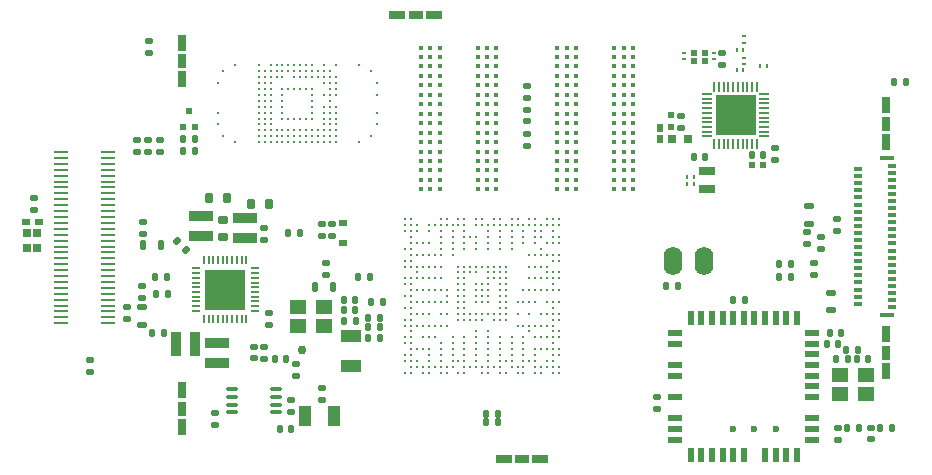
<source format=gtp>
G04*
G04 #@! TF.GenerationSoftware,Altium Limited,Altium Designer,22.2.1 (43)*
G04*
G04 Layer_Color=8421504*
%FSLAX25Y25*%
%MOIN*%
G70*
G04*
G04 #@! TF.SameCoordinates,6C9F7B6B-14DB-4A3D-A1FA-6D2C2168172C*
G04*
G04*
G04 #@! TF.FilePolarity,Positive*
G04*
G01*
G75*
%ADD25R,0.03150X0.05512*%
%ADD26R,0.03150X0.04921*%
%ADD27R,0.05512X0.03150*%
%ADD28R,0.04921X0.03150*%
G04:AMPARAMS|DCode=29|XSize=23.62mil|YSize=19.68mil|CornerRadius=3.94mil|HoleSize=0mil|Usage=FLASHONLY|Rotation=0.000|XOffset=0mil|YOffset=0mil|HoleType=Round|Shape=RoundedRectangle|*
%AMROUNDEDRECTD29*
21,1,0.02362,0.01181,0,0,0.0*
21,1,0.01575,0.01968,0,0,0.0*
1,1,0.00787,0.00787,-0.00591*
1,1,0.00787,-0.00787,-0.00591*
1,1,0.00787,-0.00787,0.00591*
1,1,0.00787,0.00787,0.00591*
%
%ADD29ROUNDEDRECTD29*%
%ADD30C,0.01063*%
%ADD31R,0.01063X0.01181*%
G04:AMPARAMS|DCode=32|XSize=23.62mil|YSize=19.68mil|CornerRadius=3.94mil|HoleSize=0mil|Usage=FLASHONLY|Rotation=90.000|XOffset=0mil|YOffset=0mil|HoleType=Round|Shape=RoundedRectangle|*
%AMROUNDEDRECTD32*
21,1,0.02362,0.01181,0,0,90.0*
21,1,0.01575,0.01968,0,0,90.0*
1,1,0.00787,0.00591,0.00787*
1,1,0.00787,0.00591,-0.00787*
1,1,0.00787,-0.00591,-0.00787*
1,1,0.00787,-0.00591,0.00787*
%
%ADD32ROUNDEDRECTD32*%
%ADD33R,0.01969X0.04724*%
%ADD34O,0.03347X0.00787*%
%ADD35R,0.04724X0.01969*%
%ADD36O,0.00787X0.03347*%
%ADD37C,0.00984*%
%ADD38R,0.01969X0.02362*%
%ADD39R,0.05118X0.00984*%
%ADD40O,0.06299X0.09449*%
%ADD41C,0.03000*%
%ADD42C,0.02362*%
%ADD43C,0.01575*%
%ADD44O,0.00787X0.03150*%
%ADD45R,0.13386X0.13386*%
%ADD46P,0.00108X8X22.5*%
%ADD47O,0.03150X0.00787*%
%ADD48R,0.07874X0.03346*%
%ADD49R,0.02559X0.02756*%
%ADD50R,0.05512X0.04724*%
%ADD51R,0.01968X0.02362*%
%ADD52R,0.13780X0.13780*%
%ADD53R,0.02953X0.03150*%
%ADD54R,0.01968X0.02559*%
%ADD55R,0.01181X0.01063*%
%ADD56R,0.02402X0.02008*%
%ADD57R,0.05512X0.02953*%
G04:AMPARAMS|DCode=58|XSize=11.81mil|YSize=39.37mil|CornerRadius=2.95mil|HoleSize=0mil|Usage=FLASHONLY|Rotation=90.000|XOffset=0mil|YOffset=0mil|HoleType=Round|Shape=RoundedRectangle|*
%AMROUNDEDRECTD58*
21,1,0.01181,0.03347,0,0,90.0*
21,1,0.00591,0.03937,0,0,90.0*
1,1,0.00591,0.01673,0.00295*
1,1,0.00591,0.01673,-0.00295*
1,1,0.00591,-0.01673,-0.00295*
1,1,0.00591,-0.01673,0.00295*
%
%ADD58ROUNDEDRECTD58*%
%ADD59R,0.03937X0.07087*%
%ADD60R,0.02756X0.01968*%
%ADD61R,0.04528X0.01181*%
%ADD62R,0.03150X0.01181*%
%ADD63R,0.02559X0.01181*%
G04:AMPARAMS|DCode=64|XSize=31.5mil|YSize=19.68mil|CornerRadius=2.76mil|HoleSize=0mil|Usage=FLASHONLY|Rotation=180.000|XOffset=0mil|YOffset=0mil|HoleType=Round|Shape=RoundedRectangle|*
%AMROUNDEDRECTD64*
21,1,0.03150,0.01417,0,0,180.0*
21,1,0.02598,0.01968,0,0,180.0*
1,1,0.00551,-0.01299,0.00709*
1,1,0.00551,0.01299,0.00709*
1,1,0.00551,0.01299,-0.00709*
1,1,0.00551,-0.01299,-0.00709*
%
%ADD64ROUNDEDRECTD64*%
G04:AMPARAMS|DCode=65|XSize=31.5mil|YSize=19.68mil|CornerRadius=2.76mil|HoleSize=0mil|Usage=FLASHONLY|Rotation=270.000|XOffset=0mil|YOffset=0mil|HoleType=Round|Shape=RoundedRectangle|*
%AMROUNDEDRECTD65*
21,1,0.03150,0.01417,0,0,270.0*
21,1,0.02598,0.01968,0,0,270.0*
1,1,0.00551,-0.00709,-0.01299*
1,1,0.00551,-0.00709,0.01299*
1,1,0.00551,0.00709,0.01299*
1,1,0.00551,0.00709,-0.01299*
%
%ADD65ROUNDEDRECTD65*%
G04:AMPARAMS|DCode=66|XSize=23.62mil|YSize=19.68mil|CornerRadius=3.94mil|HoleSize=0mil|Usage=FLASHONLY|Rotation=45.000|XOffset=0mil|YOffset=0mil|HoleType=Round|Shape=RoundedRectangle|*
%AMROUNDEDRECTD66*
21,1,0.02362,0.01181,0,0,45.0*
21,1,0.01575,0.01968,0,0,45.0*
1,1,0.00787,0.00974,0.00139*
1,1,0.00787,-0.00139,-0.00974*
1,1,0.00787,-0.00974,-0.00139*
1,1,0.00787,0.00139,0.00974*
%
%ADD66ROUNDEDRECTD66*%
G04:AMPARAMS|DCode=67|XSize=35.43mil|YSize=23.62mil|CornerRadius=4.72mil|HoleSize=0mil|Usage=FLASHONLY|Rotation=270.000|XOffset=0mil|YOffset=0mil|HoleType=Round|Shape=RoundedRectangle|*
%AMROUNDEDRECTD67*
21,1,0.03543,0.01417,0,0,270.0*
21,1,0.02598,0.02362,0,0,270.0*
1,1,0.00945,-0.00709,-0.01299*
1,1,0.00945,-0.00709,0.01299*
1,1,0.00945,0.00709,0.01299*
1,1,0.00945,0.00709,-0.01299*
%
%ADD67ROUNDEDRECTD67*%
%ADD68R,0.02362X0.01968*%
%ADD69R,0.03346X0.07874*%
G04:AMPARAMS|DCode=70|XSize=35.43mil|YSize=23.62mil|CornerRadius=4.72mil|HoleSize=0mil|Usage=FLASHONLY|Rotation=180.000|XOffset=0mil|YOffset=0mil|HoleType=Round|Shape=RoundedRectangle|*
%AMROUNDEDRECTD70*
21,1,0.03543,0.01417,0,0,180.0*
21,1,0.02598,0.02362,0,0,180.0*
1,1,0.00945,-0.01299,0.00709*
1,1,0.00945,0.01299,0.00709*
1,1,0.00945,0.01299,-0.00709*
1,1,0.00945,-0.01299,-0.00709*
%
%ADD70ROUNDEDRECTD70*%
%ADD71R,0.07087X0.03937*%
%ADD72R,0.03150X0.02362*%
D25*
X56721Y15766D02*
D03*
Y28010D02*
D03*
X291339Y34429D02*
D03*
Y46673D02*
D03*
Y110807D02*
D03*
Y123051D02*
D03*
X56721Y131673D02*
D03*
Y143917D02*
D03*
D26*
X56721Y21888D02*
D03*
X291339Y40551D02*
D03*
Y116929D02*
D03*
X56721Y137795D02*
D03*
D27*
X176161Y5118D02*
D03*
X163917D02*
D03*
X140740Y152961D02*
D03*
X128496D02*
D03*
D28*
X170039Y5118D02*
D03*
X134618Y152961D02*
D03*
D29*
X214961Y21752D02*
D03*
Y25689D02*
D03*
X45520Y107412D02*
D03*
Y111348D02*
D03*
X49420Y107412D02*
D03*
Y111348D02*
D03*
X41760Y107412D02*
D03*
Y111348D02*
D03*
X43425Y58780D02*
D03*
Y62717D02*
D03*
X103268Y28661D02*
D03*
Y24724D02*
D03*
X7260Y88072D02*
D03*
Y92009D02*
D03*
X171758Y109591D02*
D03*
X38345Y51842D02*
D03*
Y55779D02*
D03*
X67794Y20404D02*
D03*
Y16467D02*
D03*
X92992Y20827D02*
D03*
Y24764D02*
D03*
X104644Y70276D02*
D03*
Y66339D02*
D03*
X43622Y83976D02*
D03*
Y80039D02*
D03*
X267290Y66498D02*
D03*
Y70435D02*
D03*
X269567Y75157D02*
D03*
Y79094D02*
D03*
X274921Y81181D02*
D03*
Y85118D02*
D03*
X94685Y32824D02*
D03*
Y36761D02*
D03*
X264961Y80748D02*
D03*
Y76811D02*
D03*
X80748Y42559D02*
D03*
Y38622D02*
D03*
X84213Y38543D02*
D03*
Y42480D02*
D03*
X85719Y53688D02*
D03*
Y49751D02*
D03*
X84222Y81995D02*
D03*
Y78058D02*
D03*
X171758Y121572D02*
D03*
Y117635D02*
D03*
Y113528D02*
D03*
X223031Y119407D02*
D03*
Y115471D02*
D03*
X171803Y125329D02*
D03*
Y129266D02*
D03*
X254331Y104803D02*
D03*
Y108740D02*
D03*
X236811Y140274D02*
D03*
Y136337D02*
D03*
X25905Y34134D02*
D03*
Y38071D02*
D03*
X45891Y140429D02*
D03*
Y144366D02*
D03*
X103391Y83372D02*
D03*
Y79435D02*
D03*
X106591D02*
D03*
Y83372D02*
D03*
X286229Y15586D02*
D03*
Y11649D02*
D03*
X275226Y15496D02*
D03*
Y11559D02*
D03*
D30*
X146916Y83035D02*
D03*
Y81067D02*
D03*
Y79098D02*
D03*
Y77130D02*
D03*
Y75161D02*
D03*
Y73193D02*
D03*
Y45633D02*
D03*
Y43665D02*
D03*
Y41696D02*
D03*
Y39728D02*
D03*
Y37759D02*
D03*
Y35791D02*
D03*
X148886Y85004D02*
D03*
Y83035D02*
D03*
Y69256D02*
D03*
Y67287D02*
D03*
Y65319D02*
D03*
Y63350D02*
D03*
Y61382D02*
D03*
Y59413D02*
D03*
Y57444D02*
D03*
Y55476D02*
D03*
Y53507D02*
D03*
Y51539D02*
D03*
Y37759D02*
D03*
Y33822D02*
D03*
X150854Y85004D02*
D03*
Y83035D02*
D03*
Y81067D02*
D03*
Y79098D02*
D03*
Y77130D02*
D03*
Y75161D02*
D03*
Y69256D02*
D03*
Y67287D02*
D03*
Y65319D02*
D03*
Y63350D02*
D03*
Y61382D02*
D03*
Y59413D02*
D03*
Y57444D02*
D03*
Y55476D02*
D03*
Y53507D02*
D03*
Y51539D02*
D03*
Y45633D02*
D03*
Y43665D02*
D03*
Y41696D02*
D03*
Y39728D02*
D03*
Y37759D02*
D03*
Y35791D02*
D03*
Y33822D02*
D03*
X152822Y79098D02*
D03*
Y69256D02*
D03*
Y67287D02*
D03*
Y53507D02*
D03*
Y51539D02*
D03*
Y35791D02*
D03*
X154790Y85004D02*
D03*
Y83035D02*
D03*
Y79098D02*
D03*
Y77130D02*
D03*
Y75161D02*
D03*
Y69256D02*
D03*
Y67287D02*
D03*
Y63350D02*
D03*
Y61382D02*
D03*
Y59413D02*
D03*
Y57444D02*
D03*
Y53507D02*
D03*
Y51539D02*
D03*
Y47602D02*
D03*
Y45633D02*
D03*
Y43665D02*
D03*
Y41696D02*
D03*
Y39728D02*
D03*
Y37759D02*
D03*
Y35791D02*
D03*
X156760Y85004D02*
D03*
Y83035D02*
D03*
Y69256D02*
D03*
Y63350D02*
D03*
Y61382D02*
D03*
Y59413D02*
D03*
Y57444D02*
D03*
Y53507D02*
D03*
Y51539D02*
D03*
Y35791D02*
D03*
Y33822D02*
D03*
X158729Y83035D02*
D03*
Y81067D02*
D03*
Y79098D02*
D03*
Y77130D02*
D03*
Y75161D02*
D03*
Y69256D02*
D03*
Y67287D02*
D03*
Y65319D02*
D03*
Y63350D02*
D03*
Y61382D02*
D03*
Y59413D02*
D03*
Y57444D02*
D03*
Y53507D02*
D03*
Y47602D02*
D03*
Y45633D02*
D03*
Y43665D02*
D03*
Y41696D02*
D03*
Y39728D02*
D03*
Y37759D02*
D03*
Y35791D02*
D03*
Y33822D02*
D03*
X160696Y85004D02*
D03*
Y83035D02*
D03*
Y69256D02*
D03*
Y67287D02*
D03*
Y65319D02*
D03*
Y53507D02*
D03*
Y51539D02*
D03*
Y35791D02*
D03*
X162665Y85004D02*
D03*
Y83035D02*
D03*
Y81067D02*
D03*
Y79098D02*
D03*
Y77130D02*
D03*
Y75161D02*
D03*
Y69256D02*
D03*
Y67287D02*
D03*
Y65319D02*
D03*
Y63350D02*
D03*
Y61382D02*
D03*
Y59413D02*
D03*
Y57444D02*
D03*
Y55476D02*
D03*
Y53507D02*
D03*
Y51539D02*
D03*
Y45633D02*
D03*
Y43665D02*
D03*
Y41696D02*
D03*
Y39728D02*
D03*
Y37759D02*
D03*
Y35791D02*
D03*
Y33822D02*
D03*
X164634Y83035D02*
D03*
Y69256D02*
D03*
Y67287D02*
D03*
Y65319D02*
D03*
Y63350D02*
D03*
Y61382D02*
D03*
Y59413D02*
D03*
Y57444D02*
D03*
Y55476D02*
D03*
Y53507D02*
D03*
Y51539D02*
D03*
Y37759D02*
D03*
Y33822D02*
D03*
X166603Y85004D02*
D03*
Y83035D02*
D03*
Y81067D02*
D03*
Y79098D02*
D03*
Y77130D02*
D03*
Y75161D02*
D03*
Y45633D02*
D03*
Y43665D02*
D03*
Y41696D02*
D03*
Y39728D02*
D03*
Y37759D02*
D03*
Y35791D02*
D03*
X168570Y85004D02*
D03*
Y83035D02*
D03*
Y57444D02*
D03*
Y53507D02*
D03*
Y49570D02*
D03*
Y35791D02*
D03*
Y33822D02*
D03*
X170539Y83035D02*
D03*
Y81067D02*
D03*
Y79098D02*
D03*
Y77130D02*
D03*
Y61382D02*
D03*
Y57444D02*
D03*
Y49570D02*
D03*
Y45633D02*
D03*
Y43665D02*
D03*
Y41696D02*
D03*
Y39728D02*
D03*
Y37759D02*
D03*
Y35791D02*
D03*
Y33822D02*
D03*
X172508Y85004D02*
D03*
Y83035D02*
D03*
Y73193D02*
D03*
Y69256D02*
D03*
Y65319D02*
D03*
Y61382D02*
D03*
Y57444D02*
D03*
Y53507D02*
D03*
Y49570D02*
D03*
Y47602D02*
D03*
Y37759D02*
D03*
X174477Y85004D02*
D03*
Y83035D02*
D03*
Y81067D02*
D03*
Y79098D02*
D03*
Y77130D02*
D03*
Y73193D02*
D03*
Y69256D02*
D03*
Y65319D02*
D03*
Y61382D02*
D03*
Y57444D02*
D03*
Y49570D02*
D03*
Y45633D02*
D03*
Y41696D02*
D03*
Y39728D02*
D03*
Y37759D02*
D03*
Y35791D02*
D03*
Y33822D02*
D03*
X176444Y83035D02*
D03*
Y81067D02*
D03*
Y79098D02*
D03*
Y75161D02*
D03*
Y73193D02*
D03*
Y69256D02*
D03*
Y65319D02*
D03*
Y61382D02*
D03*
Y53507D02*
D03*
Y49570D02*
D03*
Y45633D02*
D03*
Y41696D02*
D03*
Y35791D02*
D03*
Y33822D02*
D03*
X178413Y85004D02*
D03*
Y83035D02*
D03*
Y77130D02*
D03*
Y73193D02*
D03*
Y69256D02*
D03*
Y67287D02*
D03*
Y65319D02*
D03*
Y61382D02*
D03*
Y57444D02*
D03*
Y53507D02*
D03*
Y49570D02*
D03*
Y45633D02*
D03*
Y41696D02*
D03*
Y37759D02*
D03*
Y35791D02*
D03*
X180382Y85004D02*
D03*
Y83035D02*
D03*
Y81067D02*
D03*
Y79098D02*
D03*
Y77130D02*
D03*
Y73193D02*
D03*
Y71224D02*
D03*
Y67287D02*
D03*
Y65319D02*
D03*
Y63350D02*
D03*
Y61382D02*
D03*
Y57444D02*
D03*
Y55476D02*
D03*
Y53507D02*
D03*
Y51539D02*
D03*
Y49570D02*
D03*
Y47602D02*
D03*
Y45633D02*
D03*
Y43665D02*
D03*
Y41696D02*
D03*
Y39728D02*
D03*
Y37759D02*
D03*
Y35791D02*
D03*
Y33822D02*
D03*
X182351Y85004D02*
D03*
Y83035D02*
D03*
Y79098D02*
D03*
Y77130D02*
D03*
Y73193D02*
D03*
Y71224D02*
D03*
Y67287D02*
D03*
Y65319D02*
D03*
Y61382D02*
D03*
Y57444D02*
D03*
Y53507D02*
D03*
Y51539D02*
D03*
Y47602D02*
D03*
Y45633D02*
D03*
Y41696D02*
D03*
Y39728D02*
D03*
Y35791D02*
D03*
Y33822D02*
D03*
X131168Y85004D02*
D03*
Y83035D02*
D03*
Y81067D02*
D03*
Y75161D02*
D03*
Y71224D02*
D03*
Y69256D02*
D03*
Y65319D02*
D03*
Y63350D02*
D03*
Y59413D02*
D03*
Y55476D02*
D03*
Y51539D02*
D03*
Y49570D02*
D03*
Y45633D02*
D03*
Y43665D02*
D03*
Y39728D02*
D03*
Y37759D02*
D03*
Y33822D02*
D03*
X133138Y85004D02*
D03*
Y83035D02*
D03*
Y81067D02*
D03*
Y79098D02*
D03*
Y77130D02*
D03*
Y75161D02*
D03*
Y73193D02*
D03*
Y71224D02*
D03*
Y69256D02*
D03*
Y65319D02*
D03*
Y63350D02*
D03*
Y61382D02*
D03*
Y59413D02*
D03*
Y57444D02*
D03*
Y55476D02*
D03*
Y53507D02*
D03*
Y51539D02*
D03*
Y49570D02*
D03*
Y47602D02*
D03*
Y45633D02*
D03*
Y43665D02*
D03*
Y41696D02*
D03*
Y39728D02*
D03*
Y37759D02*
D03*
Y35791D02*
D03*
Y33822D02*
D03*
X135106Y83035D02*
D03*
Y81067D02*
D03*
Y77130D02*
D03*
Y73193D02*
D03*
Y69256D02*
D03*
Y67287D02*
D03*
Y65319D02*
D03*
Y61382D02*
D03*
Y57444D02*
D03*
Y53507D02*
D03*
Y49570D02*
D03*
Y41696D02*
D03*
Y37759D02*
D03*
Y35791D02*
D03*
X137074Y77130D02*
D03*
Y73193D02*
D03*
Y69256D02*
D03*
Y65319D02*
D03*
Y61382D02*
D03*
Y57444D02*
D03*
Y53507D02*
D03*
Y49570D02*
D03*
Y45633D02*
D03*
Y41696D02*
D03*
Y35791D02*
D03*
Y33822D02*
D03*
X139042Y83035D02*
D03*
Y81067D02*
D03*
Y77130D02*
D03*
Y73193D02*
D03*
Y69256D02*
D03*
Y65319D02*
D03*
Y61382D02*
D03*
Y57444D02*
D03*
Y53507D02*
D03*
Y49570D02*
D03*
Y45633D02*
D03*
Y41696D02*
D03*
Y39728D02*
D03*
Y37759D02*
D03*
Y35791D02*
D03*
Y33822D02*
D03*
X141012Y83035D02*
D03*
Y73193D02*
D03*
Y69256D02*
D03*
Y65319D02*
D03*
Y61382D02*
D03*
Y57444D02*
D03*
Y49570D02*
D03*
Y45633D02*
D03*
Y35791D02*
D03*
X142980Y85004D02*
D03*
Y83035D02*
D03*
Y81067D02*
D03*
Y79098D02*
D03*
Y77130D02*
D03*
Y75161D02*
D03*
Y73193D02*
D03*
Y69256D02*
D03*
Y65319D02*
D03*
Y61382D02*
D03*
Y57444D02*
D03*
Y53507D02*
D03*
Y49570D02*
D03*
Y43665D02*
D03*
Y41696D02*
D03*
Y39728D02*
D03*
Y37759D02*
D03*
Y35791D02*
D03*
Y33822D02*
D03*
X144948Y85004D02*
D03*
Y83035D02*
D03*
Y61382D02*
D03*
Y59413D02*
D03*
Y57444D02*
D03*
Y53507D02*
D03*
Y49570D02*
D03*
Y35791D02*
D03*
Y33822D02*
D03*
D31*
X251662Y136020D02*
D03*
X249418D02*
D03*
X227413Y99225D02*
D03*
X225169D02*
D03*
X241595Y134768D02*
D03*
X243839D02*
D03*
X241595Y141455D02*
D03*
X243839D02*
D03*
X225169Y96863D02*
D03*
X227413D02*
D03*
D32*
X293295Y15326D02*
D03*
X60988Y107820D02*
D03*
X57051D02*
D03*
Y111720D02*
D03*
X60988D02*
D03*
X244488Y57953D02*
D03*
X93189Y15118D02*
D03*
X89252D02*
D03*
X297992Y130787D02*
D03*
X294055D02*
D03*
X240551Y57953D02*
D03*
X255630Y65709D02*
D03*
X259567D02*
D03*
X255648Y70157D02*
D03*
X259585D02*
D03*
X91496Y38541D02*
D03*
X87559D02*
D03*
X50787Y47047D02*
D03*
X46850D02*
D03*
X52135Y59945D02*
D03*
X48199D02*
D03*
X96059Y80297D02*
D03*
X92122D02*
D03*
X222087Y62874D02*
D03*
X218150D02*
D03*
X227244Y105827D02*
D03*
X231181D02*
D03*
X250512Y106299D02*
D03*
X246575D02*
D03*
X51575Y65706D02*
D03*
X47638D02*
D03*
X110565Y54797D02*
D03*
X114502D02*
D03*
X114568Y50997D02*
D03*
X110631D02*
D03*
X118835Y49197D02*
D03*
X122772D02*
D03*
Y52097D02*
D03*
X118835D02*
D03*
X118865Y45297D02*
D03*
X122802D02*
D03*
X114502Y58096D02*
D03*
X110565D02*
D03*
X119459Y65697D02*
D03*
X115522D02*
D03*
X123742Y57497D02*
D03*
X119805D02*
D03*
X158193Y17455D02*
D03*
X162130D02*
D03*
X162150Y20241D02*
D03*
X158213D02*
D03*
X282238Y15487D02*
D03*
X278301D02*
D03*
X274628Y38447D02*
D03*
X278565D02*
D03*
X271618Y43487D02*
D03*
X275555D02*
D03*
X276537Y47165D02*
D03*
X272600D02*
D03*
X289358Y15326D02*
D03*
X285535Y38377D02*
D03*
X281598D02*
D03*
X278150Y41575D02*
D03*
X282087D02*
D03*
D33*
X258167Y6479D02*
D03*
X254624D02*
D03*
X226277Y52149D02*
D03*
X233364D02*
D03*
Y6479D02*
D03*
X226277D02*
D03*
X229821Y52149D02*
D03*
Y6479D02*
D03*
X236907D02*
D03*
X240451D02*
D03*
X243994D02*
D03*
X251081D02*
D03*
X258167Y52149D02*
D03*
X261711D02*
D03*
Y6479D02*
D03*
X251081Y52149D02*
D03*
X254624D02*
D03*
X236907D02*
D03*
X240451D02*
D03*
X247537D02*
D03*
X243994D02*
D03*
D34*
X250700Y122060D02*
D03*
Y112611D02*
D03*
Y114186D02*
D03*
Y115760D02*
D03*
Y117335D02*
D03*
Y118910D02*
D03*
Y120485D02*
D03*
Y123634D02*
D03*
Y125209D02*
D03*
Y126784D02*
D03*
X231802D02*
D03*
Y125209D02*
D03*
Y123634D02*
D03*
Y122060D02*
D03*
Y120485D02*
D03*
Y118910D02*
D03*
Y117335D02*
D03*
Y115760D02*
D03*
Y114186D02*
D03*
Y112611D02*
D03*
D35*
X266829Y39944D02*
D03*
Y18684D02*
D03*
X221159D02*
D03*
X266829Y11597D02*
D03*
X221159D02*
D03*
Y47031D02*
D03*
Y43487D02*
D03*
Y36401D02*
D03*
Y32857D02*
D03*
Y25771D02*
D03*
Y15141D02*
D03*
X266829Y47031D02*
D03*
Y43487D02*
D03*
Y36401D02*
D03*
Y32857D02*
D03*
Y29314D02*
D03*
Y25771D02*
D03*
Y15141D02*
D03*
D36*
X240464Y110248D02*
D03*
X234165D02*
D03*
X235739D02*
D03*
X237314D02*
D03*
X238889D02*
D03*
X242039D02*
D03*
X243614D02*
D03*
X245188D02*
D03*
X246763D02*
D03*
X248338D02*
D03*
Y129146D02*
D03*
X246763D02*
D03*
X245188D02*
D03*
X243614D02*
D03*
X242039D02*
D03*
X240464D02*
D03*
X238889D02*
D03*
X237314D02*
D03*
X235739D02*
D03*
X234165D02*
D03*
D37*
X121709Y116622D02*
D03*
Y120559D02*
D03*
Y126465D02*
D03*
Y130402D02*
D03*
X68559Y116622D02*
D03*
Y120559D02*
D03*
Y130402D02*
D03*
X70528Y112685D02*
D03*
Y134339D02*
D03*
X74465Y136307D02*
D03*
Y110717D02*
D03*
X82339Y136307D02*
D03*
Y110717D02*
D03*
Y112685D02*
D03*
Y114654D02*
D03*
Y116622D02*
D03*
Y118591D02*
D03*
Y120559D02*
D03*
Y122528D02*
D03*
Y124496D02*
D03*
Y126465D02*
D03*
Y128433D02*
D03*
Y130402D02*
D03*
Y132370D02*
D03*
Y134339D02*
D03*
X84307Y110717D02*
D03*
Y112685D02*
D03*
Y114654D02*
D03*
Y116622D02*
D03*
Y118591D02*
D03*
Y120559D02*
D03*
Y122528D02*
D03*
Y124496D02*
D03*
Y126465D02*
D03*
Y128433D02*
D03*
Y130402D02*
D03*
Y132370D02*
D03*
Y134339D02*
D03*
X86276Y136307D02*
D03*
Y110717D02*
D03*
Y112685D02*
D03*
Y114654D02*
D03*
Y116622D02*
D03*
Y118591D02*
D03*
Y120559D02*
D03*
Y122528D02*
D03*
Y124496D02*
D03*
Y126465D02*
D03*
Y128433D02*
D03*
Y130402D02*
D03*
Y132370D02*
D03*
Y134339D02*
D03*
X88244Y136307D02*
D03*
Y110717D02*
D03*
Y112685D02*
D03*
Y114654D02*
D03*
Y132370D02*
D03*
Y134339D02*
D03*
X90213Y136307D02*
D03*
Y110717D02*
D03*
Y112685D02*
D03*
Y114654D02*
D03*
Y118591D02*
D03*
Y120559D02*
D03*
Y122528D02*
D03*
Y124496D02*
D03*
Y126465D02*
D03*
Y128433D02*
D03*
Y132370D02*
D03*
Y134339D02*
D03*
X92181Y136307D02*
D03*
Y110717D02*
D03*
Y112685D02*
D03*
Y114654D02*
D03*
Y118591D02*
D03*
Y128433D02*
D03*
Y134339D02*
D03*
X94150Y136307D02*
D03*
Y110717D02*
D03*
Y112685D02*
D03*
Y114654D02*
D03*
Y118591D02*
D03*
Y128433D02*
D03*
Y132370D02*
D03*
Y134339D02*
D03*
X96118Y136307D02*
D03*
Y110717D02*
D03*
Y112685D02*
D03*
Y114654D02*
D03*
Y118591D02*
D03*
Y128433D02*
D03*
Y132370D02*
D03*
Y134339D02*
D03*
X98087Y136307D02*
D03*
Y110717D02*
D03*
Y112685D02*
D03*
Y114654D02*
D03*
Y118591D02*
D03*
Y128433D02*
D03*
Y132370D02*
D03*
Y134339D02*
D03*
X100055Y136307D02*
D03*
Y110717D02*
D03*
Y112685D02*
D03*
Y114654D02*
D03*
Y118591D02*
D03*
Y120559D02*
D03*
Y122528D02*
D03*
Y124496D02*
D03*
Y126465D02*
D03*
Y128433D02*
D03*
Y132370D02*
D03*
Y134339D02*
D03*
X102024Y110717D02*
D03*
Y112685D02*
D03*
Y114654D02*
D03*
Y132370D02*
D03*
Y134339D02*
D03*
X103992Y136307D02*
D03*
Y110717D02*
D03*
Y112685D02*
D03*
Y114654D02*
D03*
Y116622D02*
D03*
Y118591D02*
D03*
Y120559D02*
D03*
Y122528D02*
D03*
Y126465D02*
D03*
Y130402D02*
D03*
Y132370D02*
D03*
Y134339D02*
D03*
X105961Y110717D02*
D03*
Y112685D02*
D03*
Y114654D02*
D03*
Y116622D02*
D03*
Y118591D02*
D03*
Y120559D02*
D03*
Y122528D02*
D03*
Y124496D02*
D03*
Y126465D02*
D03*
Y128433D02*
D03*
Y130402D02*
D03*
Y132370D02*
D03*
Y134339D02*
D03*
X107929Y136307D02*
D03*
Y110717D02*
D03*
Y112685D02*
D03*
Y114654D02*
D03*
Y116622D02*
D03*
Y118591D02*
D03*
Y120559D02*
D03*
Y122528D02*
D03*
Y126465D02*
D03*
Y128433D02*
D03*
Y130402D02*
D03*
Y132370D02*
D03*
X115803Y136307D02*
D03*
Y110717D02*
D03*
X119740Y112685D02*
D03*
Y134339D02*
D03*
D38*
X60980Y115825D02*
D03*
X57042D02*
D03*
X59011Y120943D02*
D03*
D39*
X32087Y105456D02*
D03*
X16339Y105456D02*
D03*
X32087Y107424D02*
D03*
X16339Y107424D02*
D03*
Y77896D02*
D03*
Y73959D02*
D03*
Y70022D02*
D03*
Y66085D02*
D03*
X32087Y50337D02*
D03*
X16339Y81833D02*
D03*
Y85770D02*
D03*
Y83802D02*
D03*
Y79865D02*
D03*
Y75928D02*
D03*
Y71991D02*
D03*
Y68054D02*
D03*
X32087Y85770D02*
D03*
Y81833D02*
D03*
Y77896D02*
D03*
Y73959D02*
D03*
Y83802D02*
D03*
Y79865D02*
D03*
Y75928D02*
D03*
Y71991D02*
D03*
Y70022D02*
D03*
Y68054D02*
D03*
Y66085D02*
D03*
Y60180D02*
D03*
Y56243D02*
D03*
X16339Y50337D02*
D03*
Y56243D02*
D03*
Y58211D02*
D03*
Y87739D02*
D03*
X32087Y87739D02*
D03*
X16339Y97582D02*
D03*
Y93644D02*
D03*
Y89707D02*
D03*
Y101519D02*
D03*
Y103487D02*
D03*
Y99550D02*
D03*
Y95613D02*
D03*
Y91676D02*
D03*
X32087Y101518D02*
D03*
Y97581D02*
D03*
Y93644D02*
D03*
Y103487D02*
D03*
Y99550D02*
D03*
Y95613D02*
D03*
Y91676D02*
D03*
Y89707D02*
D03*
Y54274D02*
D03*
Y52306D02*
D03*
X16339Y54274D02*
D03*
Y52306D02*
D03*
X32087Y58211D02*
D03*
Y64117D02*
D03*
Y62148D02*
D03*
X16339Y64117D02*
D03*
Y62148D02*
D03*
Y60180D02*
D03*
D40*
X220507Y71144D02*
D03*
X230743D02*
D03*
D41*
X96860Y41524D02*
D03*
D42*
X240451Y15141D02*
D03*
X247537D02*
D03*
X254624D02*
D03*
D43*
X161556Y142235D02*
D03*
Y135936D02*
D03*
Y129637D02*
D03*
X158407Y120188D02*
D03*
X161556Y113889D02*
D03*
Y107589D02*
D03*
X158407D02*
D03*
X161556Y104440D02*
D03*
Y98141D02*
D03*
X136360Y142235D02*
D03*
Y135936D02*
D03*
X139509Y120188D02*
D03*
X136360Y129637D02*
D03*
X139509Y113889D02*
D03*
Y107589D02*
D03*
Y104440D02*
D03*
X136360Y113889D02*
D03*
Y110739D02*
D03*
X155257Y98141D02*
D03*
X136360D02*
D03*
Y94991D02*
D03*
X155257Y142235D02*
D03*
Y139085D02*
D03*
Y135936D02*
D03*
Y132786D02*
D03*
Y129637D02*
D03*
Y126487D02*
D03*
Y123337D02*
D03*
Y120188D02*
D03*
Y117038D02*
D03*
Y107589D02*
D03*
Y104440D02*
D03*
Y101290D02*
D03*
Y94991D02*
D03*
X158407Y142235D02*
D03*
Y139085D02*
D03*
Y135936D02*
D03*
Y132786D02*
D03*
Y129637D02*
D03*
Y126487D02*
D03*
Y123337D02*
D03*
Y117038D02*
D03*
Y113889D02*
D03*
Y110739D02*
D03*
Y104440D02*
D03*
Y101290D02*
D03*
Y98141D02*
D03*
Y94991D02*
D03*
X161556Y139085D02*
D03*
Y132786D02*
D03*
Y126487D02*
D03*
Y123337D02*
D03*
Y120188D02*
D03*
Y117038D02*
D03*
Y110739D02*
D03*
Y101290D02*
D03*
Y94991D02*
D03*
X136360Y139085D02*
D03*
Y132786D02*
D03*
Y126487D02*
D03*
Y123337D02*
D03*
Y120188D02*
D03*
Y117038D02*
D03*
Y107589D02*
D03*
Y104440D02*
D03*
Y101290D02*
D03*
X139509Y142235D02*
D03*
Y139085D02*
D03*
Y135936D02*
D03*
Y132786D02*
D03*
Y129637D02*
D03*
Y126487D02*
D03*
Y123337D02*
D03*
Y117038D02*
D03*
Y110739D02*
D03*
Y101290D02*
D03*
Y98141D02*
D03*
Y94991D02*
D03*
X142659Y142235D02*
D03*
Y139085D02*
D03*
Y135936D02*
D03*
Y132786D02*
D03*
Y129637D02*
D03*
Y126487D02*
D03*
Y123337D02*
D03*
Y117038D02*
D03*
Y113889D02*
D03*
Y110739D02*
D03*
Y107589D02*
D03*
Y104440D02*
D03*
Y94991D02*
D03*
Y101290D02*
D03*
Y98141D02*
D03*
X155257Y110739D02*
D03*
Y113889D02*
D03*
X142659Y120188D02*
D03*
X188159D02*
D03*
X200757Y113889D02*
D03*
Y110739D02*
D03*
X188159Y98141D02*
D03*
Y101290D02*
D03*
Y94991D02*
D03*
Y104440D02*
D03*
Y107589D02*
D03*
Y110739D02*
D03*
Y113889D02*
D03*
Y117038D02*
D03*
Y123337D02*
D03*
Y126487D02*
D03*
Y129637D02*
D03*
Y132786D02*
D03*
Y135936D02*
D03*
Y139085D02*
D03*
Y142235D02*
D03*
X185009Y94991D02*
D03*
Y98141D02*
D03*
Y101290D02*
D03*
Y110739D02*
D03*
Y117038D02*
D03*
Y123337D02*
D03*
Y126487D02*
D03*
Y129637D02*
D03*
Y132786D02*
D03*
Y135936D02*
D03*
Y139085D02*
D03*
Y142235D02*
D03*
X181860Y101290D02*
D03*
Y104440D02*
D03*
Y107589D02*
D03*
Y117038D02*
D03*
Y120188D02*
D03*
Y123337D02*
D03*
Y126487D02*
D03*
Y132786D02*
D03*
Y139085D02*
D03*
X207056Y94991D02*
D03*
Y101290D02*
D03*
Y110739D02*
D03*
Y117038D02*
D03*
Y120188D02*
D03*
Y123337D02*
D03*
Y126487D02*
D03*
Y132786D02*
D03*
Y139085D02*
D03*
X203907Y94991D02*
D03*
Y98141D02*
D03*
Y101290D02*
D03*
Y104440D02*
D03*
Y110739D02*
D03*
Y113889D02*
D03*
Y117038D02*
D03*
Y123337D02*
D03*
Y126487D02*
D03*
Y129637D02*
D03*
Y132786D02*
D03*
Y135936D02*
D03*
Y139085D02*
D03*
Y142235D02*
D03*
X200757Y94991D02*
D03*
Y101290D02*
D03*
Y104440D02*
D03*
Y107589D02*
D03*
Y117038D02*
D03*
Y120188D02*
D03*
Y123337D02*
D03*
Y126487D02*
D03*
Y129637D02*
D03*
Y132786D02*
D03*
Y135936D02*
D03*
Y139085D02*
D03*
Y142235D02*
D03*
X181860Y94991D02*
D03*
Y98141D02*
D03*
Y110739D02*
D03*
X200757Y98141D02*
D03*
X185009Y104440D02*
D03*
Y107589D02*
D03*
X203907D02*
D03*
X181860Y113889D02*
D03*
Y129637D02*
D03*
Y135936D02*
D03*
Y142235D02*
D03*
X185009Y113889D02*
D03*
Y120188D02*
D03*
X203907D02*
D03*
X207056Y98141D02*
D03*
Y104440D02*
D03*
Y113889D02*
D03*
Y107589D02*
D03*
Y129637D02*
D03*
Y135936D02*
D03*
Y142235D02*
D03*
D44*
X75034Y71405D02*
D03*
X71885Y51719D02*
D03*
X70310D02*
D03*
X78184D02*
D03*
X76609D02*
D03*
X75034D02*
D03*
X73459D02*
D03*
X68735D02*
D03*
X67160D02*
D03*
X65585D02*
D03*
X64010D02*
D03*
X70309Y71405D02*
D03*
X71884D02*
D03*
X76609D02*
D03*
X78184D02*
D03*
X73459D02*
D03*
X64010D02*
D03*
X65585D02*
D03*
X67160D02*
D03*
X68735D02*
D03*
D45*
X71097Y61562D02*
D03*
D46*
D03*
D47*
X61254Y60774D02*
D03*
Y62349D02*
D03*
Y63924D02*
D03*
Y65499D02*
D03*
Y67074D02*
D03*
Y68649D02*
D03*
Y54475D02*
D03*
Y56050D02*
D03*
Y57625D02*
D03*
Y59200D02*
D03*
X80940Y62349D02*
D03*
Y60774D02*
D03*
Y68649D02*
D03*
Y67074D02*
D03*
Y65499D02*
D03*
Y63924D02*
D03*
Y59200D02*
D03*
Y57625D02*
D03*
Y56050D02*
D03*
Y54475D02*
D03*
D48*
X63050Y79519D02*
D03*
Y86015D02*
D03*
X77850Y85390D02*
D03*
Y78894D02*
D03*
X68540Y37112D02*
D03*
Y43608D02*
D03*
D49*
X8463Y80458D02*
D03*
X5117D02*
D03*
Y75536D02*
D03*
X8463D02*
D03*
D50*
X275987Y26769D02*
D03*
X284649Y33069D02*
D03*
Y26769D02*
D03*
X275987Y33069D02*
D03*
X95372Y49347D02*
D03*
X104034Y55647D02*
D03*
Y49347D02*
D03*
X95372Y55647D02*
D03*
D51*
X219882Y115864D02*
D03*
Y119801D02*
D03*
D52*
X241251Y119697D02*
D03*
D53*
X219980Y111927D02*
D03*
X225295D02*
D03*
D54*
X215945Y115372D02*
D03*
Y111632D02*
D03*
D55*
X244007Y146017D02*
D03*
Y143772D02*
D03*
X224101Y140519D02*
D03*
Y138275D02*
D03*
X244007Y136686D02*
D03*
Y138930D02*
D03*
X234101Y140519D02*
D03*
Y138275D02*
D03*
D56*
X231169Y137697D02*
D03*
X227232D02*
D03*
X231169Y140453D02*
D03*
X227232D02*
D03*
D57*
X231741Y95213D02*
D03*
Y100961D02*
D03*
D58*
X88032Y20630D02*
D03*
Y23189D02*
D03*
Y25748D02*
D03*
Y28307D02*
D03*
X73465Y20629D02*
D03*
Y23189D02*
D03*
Y25748D02*
D03*
Y28307D02*
D03*
D59*
X107480Y19291D02*
D03*
X97638D02*
D03*
D60*
X4835Y84040D02*
D03*
X9165D02*
D03*
D61*
X291772Y53116D02*
D03*
Y105478D02*
D03*
D62*
X293250Y60400D02*
D03*
Y58038D02*
D03*
Y69849D02*
D03*
Y67486D02*
D03*
Y65124D02*
D03*
Y76935D02*
D03*
Y74573D02*
D03*
Y72211D02*
D03*
Y86384D02*
D03*
Y84022D02*
D03*
Y81660D02*
D03*
Y91108D02*
D03*
Y88746D02*
D03*
Y93471D02*
D03*
Y55675D02*
D03*
Y62762D02*
D03*
Y79297D02*
D03*
X293252Y100557D02*
D03*
Y98195D02*
D03*
Y95833D02*
D03*
Y102919D02*
D03*
D63*
X281931Y56856D02*
D03*
Y61580D02*
D03*
Y59218D02*
D03*
Y68667D02*
D03*
Y66305D02*
D03*
Y75754D02*
D03*
Y73391D02*
D03*
Y78116D02*
D03*
Y80478D02*
D03*
Y85203D02*
D03*
Y82840D02*
D03*
Y92289D02*
D03*
Y89927D02*
D03*
Y71029D02*
D03*
Y63942D02*
D03*
Y87565D02*
D03*
X281929Y101738D02*
D03*
Y97014D02*
D03*
Y99376D02*
D03*
Y94652D02*
D03*
D64*
X43228Y49843D02*
D03*
Y55748D02*
D03*
X265709Y83465D02*
D03*
Y89370D02*
D03*
X273011Y60570D02*
D03*
Y54664D02*
D03*
D65*
X43819Y76575D02*
D03*
X49724D02*
D03*
X101079Y62276D02*
D03*
X106985D02*
D03*
D66*
X57927Y74907D02*
D03*
X55143Y77691D02*
D03*
D67*
X85793Y90137D02*
D03*
X79888D02*
D03*
X65846Y91939D02*
D03*
X71751D02*
D03*
D68*
X250551Y103228D02*
D03*
X246614D02*
D03*
D69*
X61219Y43317D02*
D03*
X54723D02*
D03*
D70*
X70311Y84910D02*
D03*
Y79005D02*
D03*
D71*
X113203Y46018D02*
D03*
Y36176D02*
D03*
D72*
X110363Y77078D02*
D03*
Y83771D02*
D03*
M02*

</source>
